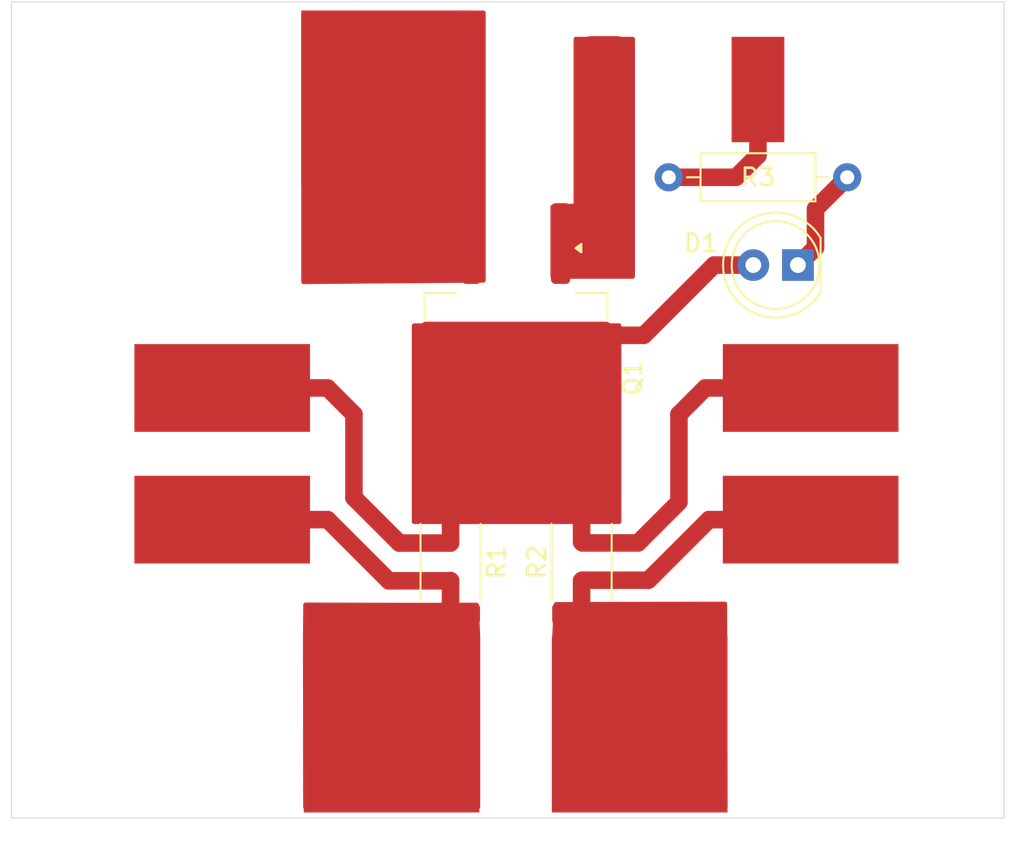
<source format=kicad_pcb>
(kicad_pcb (version 20240108) (generator "pcbnew") (generator_version "8.0")
  (layers (0 "F.Cu" signal) (31 "B.Cu" signal) (34 "B.Paste" user) (35 "F.Paste" user) (36 "B.SilkS" user "B.Silkscreen") (37 "F.SilkS" user "F.Silkscreen") (38 "B.Mask" user) (39 "F.Mask" user) (44 "Edge.Cuts" user))
  (net 0 "")
  (net 1 "Net-(J1-Pin_1)")
  (net 2 "Net-(J2-Pin_1)")
  (net 3 "Net-(J3-Pin_1)")
  (net 4 "Net-(J4-Pin_1)")
  (net 5 "Net-(D1-A)")
  (net 6 "Net-(J9-Pin_1)")
  (net 7 "Net-(D1-K)")
  (footprint "MountingHole:MountingHole_3.2mm_M3" (layer "F.Cu") (at 119 105)
    (property "Reference" "H4" (hide yes))
    (property "Value" "MountingHole")
    (pad "" np_thru_hole circle (at 0 0) (size 3.2 3.2) (drill 3.2) (layers "*.Cu" "*.Mask"))
  )
  (footprint "LED_THT:LED_D5.0mm" (layer "F.Cu") (at 159.275 80.5 180)
    (property "Reference" "D1" (at 5.525 1.25 0) (layer "F.SilkS"))
    (property "Value" "LED")
    (fp_line (start -1.29 -1.545) (end -1.29 1.545) (stroke (width 0.12)) (layer "F.SilkS"))
    (fp_arc (start 4.26 -0.000462) (mid 2.072002 2.880433) (end -1.29 1.54483) (stroke (width 0.12)) (layer "F.SilkS"))
    (fp_arc (start -1.29 -1.54483) (mid 2.072002 -2.880433) (end 4.26 0.000462) (stroke (width 0.12)) (layer "F.SilkS"))
    (fp_circle (center 1.27 0) (end 3.77 0) (stroke (width 0.12)) (fill none) (layer "F.SilkS"))
    (pad "1" thru_hole rect (at 0 0 180) (size 1.8 1.8) (drill 0.9) (layers "*.Cu" "*.Mask") (net 7 "Net-(D1-K)"))
    (pad "2" thru_hole circle (at 2.54 0 180) (size 1.8 1.8) (drill 0.9) (layers "*.Cu" "*.Mask") (net 5 "Net-(D1-A)"))
  )
  (footprint "Connector_Wire:SolderWirePad_1x01_SMD_5x10mm" (layer "F.Cu") (at 160 87.5 -90)
    (property "Reference" "J7" (hide yes))
    (property "Value" "R_sense_H")
    (pad "1" smd rect (at 0 0 270) (size 5 10) (layers "F.Cu" "F.Paste" "F.Mask") (net 5 "Net-(D1-A)"))
  )
  (footprint "Connector_Wire:SolderWirePad_1x01_SMD_1x2mm" (layer "F.Cu") (at 148.2344 70.4596)
    (property "Reference" "J2" (hide yes))
    (property "Value" "PA_ON")
    (pad "1" smd roundrect (at 0 0) (size 3 6) (layers "F.Cu" "F.Paste" "F.Mask") (net 2 "Net-(J2-Pin_1)"))
  )
  (footprint "Resistor_SMD:R_2512_6332Metric" (layer "F.Cu") (at 146.96 97.42 -90)
    (property "Reference" "R2" (at 0.0047 2.5462 90) (layer "F.SilkS"))
    (property "Value" "0.0075")
    (fp_line (start -2.177064 1.71) (end 2.177064 1.71) (stroke (width 0.12)) (layer "F.SilkS"))
    (fp_line (start -2.177064 -1.71) (end 2.177064 -1.71) (stroke (width 0.12)) (layer "F.SilkS"))
    (pad "1" smd roundrect (at -2.9625 0 270) (size 1.225 3.35) (layers "F.Cu" "F.Paste" "F.Mask") (roundrect_rratio 0.204082) (net 5 "Net-(D1-A)"))
    (pad "2" smd roundrect (at 2.9625 0 270) (size 1.225 3.35) (layers "F.Cu" "F.Paste" "F.Mask") (roundrect_rratio 0.204082) (net 4 "Net-(J4-Pin_1)"))
  )
  (footprint "MountingHole:MountingHole_3.2mm_M3" (layer "F.Cu") (at 167 105)
    (property "Reference" "H3" (hide yes))
    (property "Value" "MountingHole")
    (pad "" np_thru_hole circle (at 0 0) (size 3.2 3.2) (drill 3.2) (layers "*.Cu" "*.Mask"))
  )
  (footprint "Connector_Wire:SolderWirePad_1x01_SMD_5x10mm" (layer "F.Cu") (at 160 95 -90)
    (property "Reference" "J4" (hide yes))
    (property "Value" "R_sense_L")
    (pad "1" smd rect (at 0 0 270) (size 5 10) (layers "F.Cu" "F.Paste" "F.Mask") (net 4 "Net-(J4-Pin_1)"))
  )
  (footprint "Connector_Wire:SolderWirePad_1x01_SMD_5x10mm" (layer "F.Cu") (at 136.144 106.68)
    (property "Reference" "J5" (hide yes))
    (property "Value" "V_OUT_1")
    (pad "1" smd rect (at 0 0) (size 10 10) (layers "F.Cu" "F.Paste" "F.Mask") (net 3 "Net-(J3-Pin_1)"))
  )
  (footprint "MountingHole:MountingHole_3.2mm_M3" (layer "F.Cu") (at 167 71)
    (property "Reference" "H2" (hide yes))
    (property "Value" "MountingHole")
    (pad "" np_thru_hole circle (at 0 0) (size 3.2 3.2) (drill 3.2) (layers "*.Cu" "*.Mask"))
  )
  (footprint "Package_TO_SOT_SMD:TO-263-2" (layer "F.Cu") (at 143.225 86.925 -90)
    (property "Reference" "Q1" (at 0 -6.65 90) (layer "F.SilkS"))
    (property "Value" "PMOS")
    (fp_line (start -4.825 5.2) (end -4.825 3.39) (stroke (width 0.12)) (layer "F.SilkS"))
    (fp_line (start -3.325 5.2) (end -4.825 5.2) (stroke (width 0.12)) (layer "F.SilkS"))
    (fp_line (start -4.825 -5.2) (end -4.825 -3.39) (stroke (width 0.12)) (layer "F.SilkS"))
    (fp_line (start -3.325 -5.2) (end -4.825 -5.2) (stroke (width 0.12)) (layer "F.SilkS"))
    (fp_poly (pts (xy -7.3875 -3.39) (xy -7.6275 -3.72) (xy -7.1475 -3.72) (xy -7.3875 -3.39)) (stroke (width 0.12)) (fill solid) (layer "F.SilkS"))
    (pad "1" smd roundrect (at 1.5 0 270) (size 9.4 10.8) (layers "F.Cu" "F.Mask") (roundrect_rratio 0.026596) (net 5 "Net-(D1-A)"))
    (pad "2" smd roundrect (at -7.65 -2.54 270) (size 4.6 1.1) (layers "F.Cu" "F.Paste" "F.Mask") (roundrect_rratio 0.227273) (net 2 "Net-(J2-Pin_1)"))
    (pad "3" smd roundrect (at -7.65 2.54 270) (size 4.6 1.1) (layers "F.Cu" "F.Paste" "F.Mask") (roundrect_rratio 0.227273) (net 1 "Net-(J1-Pin_1)"))
  )
  (footprint "Connector_Wire:SolderWirePad_1x01_SMD_5x10mm" (layer "F.Cu") (at 150.2664 106.68)
    (property "Reference" "J6" (hide yes))
    (property "Value" "V_OUT_2")
    (pad "1" smd rect (at 0 0) (size 10 10) (layers "F.Cu" "F.Paste" "F.Mask") (net 4 "Net-(J4-Pin_1)"))
  )
  (footprint "Connector_Wire:SolderWirePad_1x01_SMD_5x10mm" (layer "F.Cu") (at 136 71)
    (property "Reference" "J1" (hide yes))
    (property "Value" "V_in")
    (pad "1" smd rect (at 0 0) (size 10 10) (layers "F.Cu" "F.Paste" "F.Mask") (net 1 "Net-(J1-Pin_1)"))
  )
  (footprint "MountingHole:MountingHole_3.2mm_M3" (layer "F.Cu") (at 119 71)
    (property "Reference" "H1" (hide yes))
    (property "Value" "MountingHole")
    (pad "" np_thru_hole circle (at 0 0) (size 3.2 3.2) (drill 3.2) (layers "*.Cu" "*.Mask"))
  )
  (footprint "Connector_Wire:SolderWirePad_1x01_SMD_5x10mm" (layer "F.Cu") (at 157 70.5 180)
    (property "Reference" "J9" (hide yes))
    (property "Value" "GND")
    (pad "1" smd rect (at 0 0 180) (size 3 6) (layers "F.Cu" "F.Paste" "F.Mask") (net 6 "Net-(J9-Pin_1)"))
  )
  (footprint "Connector_Wire:SolderWirePad_1x01_SMD_5x10mm" (layer "F.Cu") (at 126.5 87.5 90)
    (property "Reference" "J8" (hide yes))
    (property "Value" "R_sense_H")
    (pad "1" smd rect (at 0 0 90) (size 5 10) (layers "F.Cu" "F.Paste" "F.Mask") (net 5 "Net-(D1-A)"))
  )
  (footprint "Resistor_SMD:R_2512_6332Metric" (layer "F.Cu") (at 139.5 97.42145 -90)
    (property "Reference" "R1" (at 0 -2.62 90) (layer "F.SilkS"))
    (property "Value" "0.0075")
    (fp_line (start -2.177064 1.71) (end 2.177064 1.71) (stroke (width 0.12)) (layer "F.SilkS"))
    (fp_line (start -2.177064 -1.71) (end 2.177064 -1.71) (stroke (width 0.12)) (layer "F.SilkS"))
    (pad "1" smd roundrect (at -2.9625 0 270) (size 1.225 3.35) (layers "F.Cu" "F.Paste" "F.Mask") (roundrect_rratio 0.204082) (net 5 "Net-(D1-A)"))
    (pad "2" smd roundrect (at 2.9625 0 270) (size 1.225 3.35) (layers "F.Cu" "F.Paste" "F.Mask") (roundrect_rratio 0.204082) (net 3 "Net-(J3-Pin_1)"))
  )
  (footprint "Connector_Wire:SolderWirePad_1x01_SMD_5x10mm" (layer "F.Cu") (at 126.5 95 90)
    (property "Reference" "J3" (hide yes))
    (property "Value" "R_sense_L")
    (pad "1" smd rect (at 0 0 90) (size 5 10) (layers "F.Cu" "F.Paste" "F.Mask") (net 3 "Net-(J3-Pin_1)"))
  )
  (footprint "Resistor_THT:R_Axial_DIN0207_L6.3mm_D2.5mm_P10.16mm_Horizontal" (layer "F.Cu") (at 162.08 75.5 180)
    (property "Reference" "R3" (at 5.08 0 0) (layer "F.SilkS"))
    (property "Value" "12k")
    (fp_line (start 9.12 0) (end 8.35 0) (stroke (width 0.12)) (layer "F.SilkS"))
    (fp_line (start 8.35 1.37) (end 8.35 -1.37) (stroke (width 0.12)) (layer "F.SilkS"))
    (fp_line (start 8.35 -1.37) (end 1.81 -1.37) (stroke (width 0.12)) (layer "F.SilkS"))
    (fp_line (start 1.81 1.37) (end 8.35 1.37) (stroke (width 0.12)) (layer "F.SilkS"))
    (fp_line (start 1.81 -1.37) (end 1.81 1.37) (stroke (width 0.12)) (layer "F.SilkS"))
    (fp_line (start 1.04 0) (end 1.81 0) (stroke (width 0.12)) (layer "F.SilkS"))
    (pad "1" thru_hole circle (at 0 0 180) (size 1.6 1.6) (drill 0.8) (layers "*.Cu" "*.Mask") (net 7 "Net-(D1-K)"))
    (pad "2" thru_hole oval (at 10.16 0 180) (size 1.6 1.6) (drill 0.8) (layers "*.Cu" "*.Mask") (net 6 "Net-(J9-Pin_1)"))
  )
  (gr_line (start 171 112) (end 114.5 112) (stroke (width 0.05)) (layer "Edge.Cuts"))
  (gr_line (start 114.5 112) (end 114.5 65.5) (stroke (width 0.05)) (layer "Edge.Cuts"))
  (gr_line (start 134 65.5) (end 171 65.5) (stroke (width 0.05)) (layer "Edge.Cuts"))
  (gr_line (start 171 65.5) (end 171 112) (stroke (width 0.05)) (layer "Edge.Cuts"))
  (gr_line (start 114.5 65.5) (end 134 65.5) (stroke (width 0.05)) (layer "Edge.Cuts"))
  (segment (start 139.4867 98.48545) (end 139.5 98.47215) (width 1) (layer "F.Cu") (net 3))
  (segment (start 135.98545 98.48545) (end 139.4867 98.48545) (width 1) (layer "F.Cu") (net 3))
  (segment (start 139.4867 98.48545) (end 139.5 98.49875) (width 1) (layer "F.Cu") (net 3))
  (segment (start 139.5 98.49875) (end 139.5 100.38395) (width 1) (layer "F.Cu") (net 3))
  (segment (start 126.5 95) (end 127 95.5) (width 1) (layer "F.Cu") (net 3))
  (segment (start 132.5 95) (end 135.98545 98.48545) (width 1) (layer "F.Cu") (net 3))
  (segment (start 126.5 95) (end 132.5 95) (width 1) (layer "F.Cu") (net 3))
  (segment (start 146.96 98.48125) (end 146.99155 98.4497) (width 1) (layer "F.Cu") (net 4))
  (segment (start 146.99155 98.4497) (end 150.7638 98.4497) (width 1) (layer "F.Cu") (net 4))
  (segment (start 154.2135 95) (end 160 95) (width 1) (layer "F.Cu") (net 4))
  (segment (start 150.7638 98.4497) (end 154.2135 95) (width 1) (layer "F.Cu") (net 4))
  (segment (start 146.96 100.3825) (end 146.96 98.48125) (width 1) (layer "F.Cu") (net 4))
  (segment (start 143.225 88.425) (end 147.15 84.5) (width 1) (layer "F.Cu") (net 5))
  (segment (start 154.5 80.5) (end 156.735 80.5) (width 1) (layer "F.Cu") (net 5))
  (segment (start 150.5 84.5) (end 154.5 80.5) (width 1) (layer "F.Cu") (net 5))
  (segment (start 134 89) (end 134 93.75) (width 1) (layer "F.Cu") (net 5))
  (segment (start 160 87.5) (end 154 87.5) (width 1) (layer "F.Cu") (net 5))
  (segment (start 147.0041 96.3247) (end 146.96 96.2806) (width 1) (layer "F.Cu") (net 5))
  (segment (start 146.96 96.2806) (end 146.96 94.4575) (width 1) (layer "F.Cu") (net 5))
  (segment (start 152.5 94) (end 150.1753 96.3247) (width 1) (layer "F.Cu") (net 5))
  (segment (start 154 87.5) (end 152.5 89) (width 1) (layer "F.Cu") (net 5))
  (segment (start 147.15 84.5) (end 150.5 84.5) (width 1) (layer "F.Cu") (net 5))
  (segment (start 139.4901 96.33545) (end 139.5 96.32555) (width 1) (layer "F.Cu") (net 5))
  (segment (start 139.5 96.32555) (end 139.5 94.45895) (width 1) (layer "F.Cu") (net 5))
  (segment (start 134 93.75) (end 136.58545 96.33545) (width 1) (layer "F.Cu") (net 5))
  (segment (start 150.1753 96.3247) (end 147.0041 96.3247) (width 1) (layer "F.Cu") (net 5))
  (segment (start 152.5 89) (end 152.5 94) (width 1) (layer "F.Cu") (net 5))
  (segment (start 136.58545 96.33545) (end 139.4901 96.33545) (width 1) (layer "F.Cu") (net 5))
  (segment (start 126.5 87.5) (end 132.5 87.5) (width 1) (layer "F.Cu") (net 5))
  (segment (start 132.5 87.5) (end 134 89) (width 1) (layer "F.Cu") (net 5))
  (segment (start 155.75 75.5) (end 157 74.25) (width 1) (layer "F.Cu") (net 6))
  (segment (start 157 74.25) (end 157 70.5) (width 1) (layer "F.Cu") (net 6))
  (segment (start 151.92 75.5) (end 155.75 75.5) (width 1) (layer "F.Cu") (net 6))
  (segment (start 159.275 80.5) (end 160.275 79.5) (width 1) (layer "F.Cu") (net 7))
  (segment (start 160.275 79.5) (end 160.275 77.305) (width 1) (layer "F.Cu") (net 7))
  (segment (start 160.275 77.305) (end 162.08 75.5) (width 1) (layer "F.Cu") (net 7))
  (zone (net 4) (net_name "Net-(J4-Pin_1)") (layer "F.Cu") (connect_pads yes (clearance 0)) (min_thickness 0.25) (fill yes (thermal_gap 0.5) (thermal_bridge_width 0.5))
    (polygon (pts (xy 145.384427 99.696138) (xy 145.286427 101.652938) (xy 145.296427 111.652938) (xy 155.274827 111.652938) (xy 155.2448 99.6696) (xy 148.684427 99.686138)))
  )
  (zone (net 5) (net_name "Net-(D1-A)") (layer "F.Cu") (priority 1) (connect_pads yes (clearance 0)) (min_thickness 0.25) (fill yes (thermal_gap 0.5) (thermal_bridge_width 0.5))
    (polygon (pts (xy 137.295 83.82) (xy 137.295 95.25) (xy 149.225 95.25) (xy 149.225 83.82)))
  )
  (zone (net 2) (net_name "Net-(J2-Pin_1)") (layer "F.Cu") (priority 3) (connect_pads yes (clearance 0)) (min_thickness 0.25) (fill yes (thermal_gap 0.5) (thermal_bridge_width 0.5))
    (polygon (pts (xy 146.5 67.5) (xy 146.5 77) (xy 145.1864 77.0636) (xy 145.1864 81.28) (xy 146.304 81.28) (xy 150 81.28) (xy 150 67.5)))
  )
  (zone (net 1) (net_name "Net-(J1-Pin_1)") (layer "F.Cu") (priority 2) (connect_pads yes (clearance 0)) (min_thickness 0.25) (fill yes (thermal_gap 0.5) (thermal_bridge_width 0.5))
    (polygon (pts (xy 131 81.5848) (xy 141.5 81.5) (xy 141.5 75.9968) (xy 141.5 66) (xy 131 66.0908) (xy 131 75.9968)))
  )
  (zone (net 3) (net_name "Net-(J3-Pin_1)") (layer "F.Cu") (connect_pads yes (clearance 0)) (min_thickness 0.25) (fill yes (thermal_gap 0.5) (thermal_bridge_width 0.5))
    (polygon (pts (xy 137.8 99.74) (xy 131.1148 99.7204) (xy 131.098 101.646) (xy 131.108 111.646) (xy 141.188 111.646) (xy 141.188 101.646) (xy 141.1 99.73)))
  )
)
</source>
